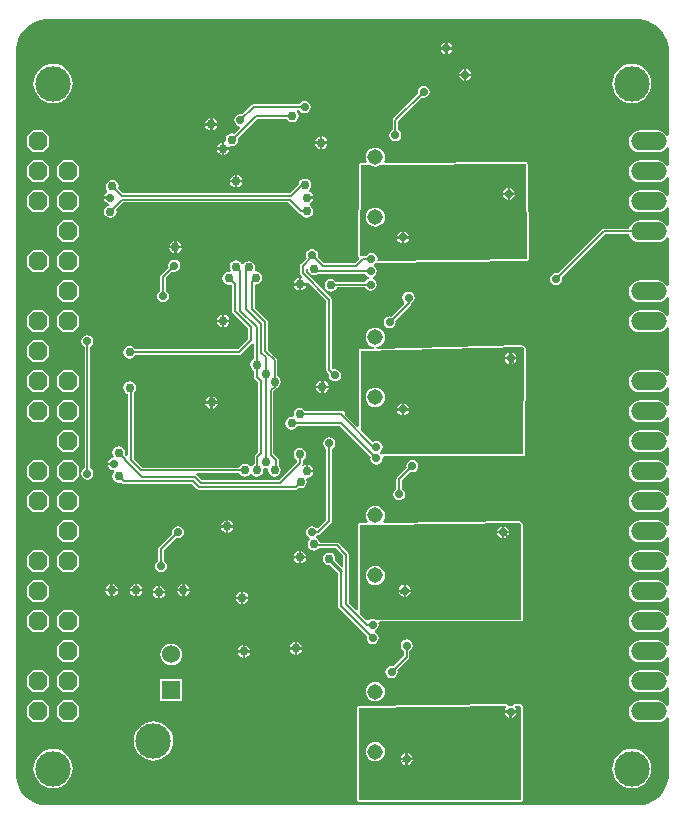
<source format=gbl>
G04*
G04 #@! TF.GenerationSoftware,Altium Limited,Altium Designer,25.8.1 (18)*
G04*
G04 Layer_Physical_Order=2*
G04 Layer_Color=16711680*
%FSLAX44Y44*%
%MOMM*%
G71*
G04*
G04 #@! TF.SameCoordinates,422AF447-CE49-4BB0-B19B-A3A041D3FAC2*
G04*
G04*
G04 #@! TF.FilePolarity,Positive*
G04*
G01*
G75*
%ADD56C,0.1600*%
%ADD57C,0.2499*%
%ADD64C,3.0000*%
%ADD65O,3.0480X1.5240*%
G04:AMPARAMS|DCode=66|XSize=1.524mm|YSize=1.524mm|CornerRadius=0mm|HoleSize=0mm|Usage=FLASHONLY|Rotation=90.000|XOffset=0mm|YOffset=0mm|HoleType=Round|Shape=Octagon|*
%AMOCTAGOND66*
4,1,8,0.3810,0.7620,-0.3810,0.7620,-0.7620,0.3810,-0.7620,-0.3810,-0.3810,-0.7620,0.3810,-0.7620,0.7620,-0.3810,0.7620,0.3810,0.3810,0.7620,0.0*
%
%ADD66OCTAGOND66*%

%ADD67C,1.3081*%
%ADD68C,1.5301*%
%ADD69R,1.5301X1.5301*%
%ADD70C,0.7064*%
%ADD71C,0.7564*%
%ADD72C,0.1999*%
G36*
X529999Y669314D02*
X531711D01*
X535105Y668867D01*
X538411Y667981D01*
X541574Y666671D01*
X544539Y664959D01*
X547255Y662875D01*
X549675Y660455D01*
X551759Y657739D01*
X553471Y654774D01*
X554781Y651611D01*
X555667Y648305D01*
X556114Y644910D01*
Y643199D01*
X556114Y571395D01*
X555748Y571203D01*
X554590Y570993D01*
X553340Y572621D01*
X551430Y574087D01*
X549206Y575009D01*
X546819Y575323D01*
X531579D01*
X529192Y575009D01*
X526967Y574087D01*
X525057Y572621D01*
X523592Y570711D01*
X522670Y568487D01*
X522356Y566100D01*
X522670Y563713D01*
X523592Y561488D01*
X525057Y559578D01*
X526967Y558113D01*
X529192Y557191D01*
X531579Y556877D01*
X546819D01*
X549206Y557191D01*
X551430Y558113D01*
X553340Y559578D01*
X554590Y561207D01*
X555748Y560997D01*
X556114Y560805D01*
Y545995D01*
X555748Y545803D01*
X554590Y545593D01*
X553340Y547221D01*
X551430Y548687D01*
X549206Y549609D01*
X546819Y549923D01*
X531579D01*
X529192Y549609D01*
X526967Y548687D01*
X525057Y547221D01*
X523592Y545311D01*
X522670Y543087D01*
X522356Y540700D01*
X522670Y538313D01*
X523592Y536088D01*
X525057Y534178D01*
X526967Y532713D01*
X529192Y531791D01*
X531579Y531477D01*
X546819D01*
X549206Y531791D01*
X551430Y532713D01*
X553340Y534178D01*
X554590Y535807D01*
X555748Y535597D01*
X556114Y535405D01*
X556114Y520595D01*
X555748Y520403D01*
X554590Y520193D01*
X553340Y521822D01*
X551430Y523287D01*
X549206Y524209D01*
X546819Y524523D01*
X531579D01*
X529192Y524209D01*
X526967Y523287D01*
X525057Y521822D01*
X523592Y519911D01*
X522670Y517687D01*
X522356Y515300D01*
X522670Y512913D01*
X523592Y510689D01*
X525057Y508778D01*
X526967Y507313D01*
X529192Y506391D01*
X531579Y506077D01*
X546819D01*
X549206Y506391D01*
X551430Y507313D01*
X553340Y508778D01*
X554590Y510407D01*
X555748Y510197D01*
X556114Y510005D01*
Y495195D01*
X555748Y495003D01*
X554590Y494793D01*
X553340Y496422D01*
X551430Y497887D01*
X549206Y498809D01*
X546819Y499123D01*
X531579D01*
X529192Y498809D01*
X526967Y497887D01*
X525057Y496422D01*
X523592Y494511D01*
X522670Y492287D01*
X522668Y492270D01*
X501099D01*
X500192Y492089D01*
X499423Y491576D01*
X462304Y454456D01*
X460799Y454755D01*
X458826Y454363D01*
X457154Y453245D01*
X456037Y451573D01*
X455644Y449600D01*
X456037Y447628D01*
X457154Y445955D01*
X458826Y444838D01*
X460799Y444445D01*
X462772Y444838D01*
X464444Y445955D01*
X465562Y447628D01*
X465954Y449600D01*
X465655Y451105D01*
X502080Y487530D01*
X522668D01*
X522670Y487513D01*
X523592Y485289D01*
X525057Y483378D01*
X526967Y481913D01*
X529192Y480991D01*
X531579Y480677D01*
X546819D01*
X549206Y480991D01*
X551430Y481913D01*
X553340Y483378D01*
X554590Y485007D01*
X555748Y484797D01*
X556114Y484605D01*
X556114Y444395D01*
X555748Y444203D01*
X554590Y443993D01*
X553340Y445621D01*
X551430Y447087D01*
X549206Y448009D01*
X546819Y448323D01*
X531579D01*
X529192Y448009D01*
X526967Y447087D01*
X525057Y445621D01*
X523592Y443711D01*
X522670Y441487D01*
X522356Y439100D01*
X522670Y436713D01*
X523592Y434488D01*
X525057Y432578D01*
X526967Y431113D01*
X529192Y430191D01*
X531579Y429877D01*
X546819D01*
X549206Y430191D01*
X551430Y431113D01*
X553340Y432578D01*
X554590Y434207D01*
X555748Y433997D01*
X556114Y433805D01*
X556114Y418995D01*
X555748Y418803D01*
X554590Y418593D01*
X553340Y420221D01*
X551430Y421687D01*
X549206Y422609D01*
X546819Y422923D01*
X531579D01*
X529192Y422609D01*
X526967Y421687D01*
X525057Y420221D01*
X523592Y418311D01*
X522670Y416087D01*
X522356Y413700D01*
X522670Y411313D01*
X523592Y409089D01*
X525057Y407178D01*
X526967Y405713D01*
X529192Y404791D01*
X531579Y404477D01*
X546819D01*
X549206Y404791D01*
X551430Y405713D01*
X553340Y407178D01*
X554590Y408807D01*
X555747Y408597D01*
X556114Y408405D01*
X556114Y368195D01*
X555747Y368003D01*
X554590Y367793D01*
X553340Y369422D01*
X551430Y370887D01*
X549206Y371809D01*
X546819Y372123D01*
X531579D01*
X529192Y371809D01*
X526967Y370887D01*
X525057Y369422D01*
X523592Y367511D01*
X522670Y365287D01*
X522356Y362900D01*
X522670Y360513D01*
X523592Y358288D01*
X525057Y356378D01*
X526967Y354913D01*
X529192Y353991D01*
X531579Y353677D01*
X546819D01*
X549206Y353991D01*
X551430Y354913D01*
X553340Y356378D01*
X554590Y358007D01*
X555747Y357797D01*
X556114Y357605D01*
Y342794D01*
X555747Y342603D01*
X554590Y342393D01*
X553340Y344021D01*
X551430Y345487D01*
X549206Y346409D01*
X546819Y346723D01*
X531579D01*
X529192Y346409D01*
X526967Y345487D01*
X525057Y344021D01*
X523592Y342111D01*
X522670Y339887D01*
X522356Y337500D01*
X522670Y335113D01*
X523592Y332888D01*
X525057Y330978D01*
X526967Y329513D01*
X529192Y328591D01*
X531579Y328277D01*
X546819D01*
X549206Y328591D01*
X551430Y329513D01*
X553340Y330978D01*
X554590Y332607D01*
X555747Y332397D01*
X556114Y332205D01*
Y317395D01*
X555747Y317203D01*
X554590Y316993D01*
X553340Y318622D01*
X551430Y320087D01*
X549206Y321009D01*
X546819Y321323D01*
X531579D01*
X529192Y321009D01*
X526967Y320087D01*
X525057Y318622D01*
X523592Y316711D01*
X522670Y314487D01*
X522356Y312100D01*
X522670Y309713D01*
X523592Y307488D01*
X525057Y305578D01*
X526967Y304113D01*
X529192Y303191D01*
X531579Y302877D01*
X546819D01*
X549206Y303191D01*
X551430Y304113D01*
X553340Y305578D01*
X554590Y307207D01*
X555747Y306997D01*
X556114Y306805D01*
Y291994D01*
X555747Y291803D01*
X554590Y291593D01*
X553340Y293221D01*
X551430Y294687D01*
X549206Y295609D01*
X546819Y295923D01*
X531579D01*
X529192Y295609D01*
X526967Y294687D01*
X525057Y293221D01*
X523592Y291311D01*
X522670Y289087D01*
X522356Y286700D01*
X522670Y284313D01*
X523592Y282089D01*
X525057Y280178D01*
X526967Y278713D01*
X529192Y277791D01*
X531579Y277477D01*
X546819D01*
X549206Y277791D01*
X551430Y278713D01*
X553340Y280178D01*
X554590Y281807D01*
X555747Y281597D01*
X556114Y281405D01*
Y266595D01*
X555747Y266403D01*
X554590Y266193D01*
X553340Y267822D01*
X551430Y269287D01*
X549206Y270209D01*
X546819Y270523D01*
X531579D01*
X529192Y270209D01*
X526967Y269287D01*
X525057Y267822D01*
X523592Y265911D01*
X522670Y263687D01*
X522356Y261300D01*
X522670Y258913D01*
X523592Y256688D01*
X525057Y254778D01*
X526967Y253313D01*
X529192Y252391D01*
X531579Y252077D01*
X546819D01*
X549206Y252391D01*
X551430Y253313D01*
X553340Y254778D01*
X554590Y256407D01*
X555747Y256197D01*
X556114Y256005D01*
X556114Y241194D01*
X555747Y241003D01*
X554590Y240793D01*
X553340Y242421D01*
X551430Y243887D01*
X549206Y244809D01*
X546819Y245123D01*
X531579D01*
X529192Y244809D01*
X526967Y243887D01*
X525057Y242421D01*
X523592Y240511D01*
X522670Y238287D01*
X522356Y235900D01*
X522670Y233513D01*
X523592Y231289D01*
X525057Y229378D01*
X526967Y227913D01*
X529192Y226991D01*
X531579Y226677D01*
X546819D01*
X549206Y226991D01*
X551430Y227913D01*
X553340Y229378D01*
X554590Y231007D01*
X555747Y230797D01*
X556114Y230606D01*
Y215794D01*
X555747Y215603D01*
X554590Y215393D01*
X553340Y217022D01*
X551430Y218487D01*
X549206Y219409D01*
X546819Y219723D01*
X531579D01*
X529192Y219409D01*
X526967Y218487D01*
X525057Y217022D01*
X523592Y215111D01*
X522670Y212887D01*
X522356Y210500D01*
X522670Y208113D01*
X523592Y205889D01*
X525057Y203978D01*
X526967Y202513D01*
X529192Y201591D01*
X531579Y201277D01*
X546819D01*
X549206Y201591D01*
X551430Y202513D01*
X553340Y203978D01*
X554590Y205607D01*
X555747Y205397D01*
X556114Y205205D01*
X556114Y190394D01*
X555747Y190203D01*
X554590Y189993D01*
X553340Y191621D01*
X551430Y193087D01*
X549206Y194009D01*
X546819Y194323D01*
X531579D01*
X529192Y194009D01*
X526967Y193087D01*
X525057Y191621D01*
X523592Y189711D01*
X522670Y187487D01*
X522356Y185100D01*
X522670Y182713D01*
X523592Y180488D01*
X525057Y178578D01*
X526967Y177113D01*
X529192Y176191D01*
X531579Y175877D01*
X546819D01*
X549206Y176191D01*
X551430Y177113D01*
X553340Y178578D01*
X554590Y180207D01*
X555747Y179997D01*
X556114Y179806D01*
Y164994D01*
X555747Y164802D01*
X554590Y164593D01*
X553340Y166222D01*
X551430Y167687D01*
X549206Y168609D01*
X546819Y168923D01*
X531579D01*
X529192Y168609D01*
X526967Y167687D01*
X525057Y166222D01*
X523592Y164311D01*
X522670Y162087D01*
X522356Y159700D01*
X522670Y157313D01*
X523592Y155089D01*
X525057Y153178D01*
X526967Y151713D01*
X529192Y150791D01*
X531579Y150477D01*
X546819D01*
X549206Y150791D01*
X551430Y151713D01*
X553340Y153178D01*
X554590Y154807D01*
X555747Y154598D01*
X556114Y154405D01*
X556114Y139594D01*
X555747Y139402D01*
X554590Y139193D01*
X553340Y140822D01*
X551430Y142287D01*
X549206Y143209D01*
X546819Y143523D01*
X531579D01*
X529192Y143209D01*
X526967Y142287D01*
X525057Y140822D01*
X523592Y138911D01*
X522670Y136687D01*
X522356Y134300D01*
X522670Y131913D01*
X523592Y129689D01*
X525057Y127778D01*
X526967Y126313D01*
X529192Y125391D01*
X531579Y125077D01*
X546819D01*
X549206Y125391D01*
X551430Y126313D01*
X553340Y127778D01*
X554590Y129407D01*
X555746Y129198D01*
X556114Y129005D01*
Y114194D01*
X555746Y114002D01*
X554590Y113793D01*
X553340Y115421D01*
X551430Y116887D01*
X549206Y117809D01*
X546819Y118123D01*
X531579D01*
X529192Y117809D01*
X526967Y116887D01*
X525057Y115421D01*
X523592Y113511D01*
X522670Y111287D01*
X522356Y108900D01*
X522670Y106513D01*
X523592Y104289D01*
X525057Y102378D01*
X526967Y100913D01*
X529192Y99991D01*
X531579Y99677D01*
X546819D01*
X549206Y99991D01*
X551430Y100913D01*
X553340Y102378D01*
X554590Y104007D01*
X555746Y103798D01*
X556114Y103605D01*
X556114Y88794D01*
X555746Y88602D01*
X554590Y88393D01*
X553340Y90021D01*
X551430Y91487D01*
X549206Y92409D01*
X546819Y92723D01*
X531579D01*
X529192Y92409D01*
X526967Y91487D01*
X525057Y90021D01*
X523592Y88111D01*
X522670Y85887D01*
X522356Y83500D01*
X522670Y81113D01*
X523592Y78889D01*
X525057Y76978D01*
X526967Y75513D01*
X529192Y74591D01*
X531579Y74277D01*
X546819D01*
X549206Y74591D01*
X551430Y75513D01*
X553340Y76978D01*
X554590Y78607D01*
X555746Y78398D01*
X556114Y78206D01*
X556114Y30000D01*
Y28288D01*
X555667Y24894D01*
X554781Y21587D01*
X553471Y18425D01*
X551760Y15460D01*
X549676Y12744D01*
X547255Y10323D01*
X544539Y8239D01*
X541574Y6527D01*
X538411Y5217D01*
X535105Y4331D01*
X531711Y3884D01*
X28288D01*
X24894Y4331D01*
X21587Y5217D01*
X18425Y6527D01*
X15460Y8239D01*
X12744Y10323D01*
X10323Y12744D01*
X8239Y15460D01*
X6527Y18425D01*
X5217Y21587D01*
X4331Y24894D01*
X3884Y28288D01*
Y30000D01*
Y643199D01*
Y644910D01*
X4331Y648304D01*
X5217Y651611D01*
X6527Y654774D01*
X8239Y657739D01*
X10323Y660455D01*
X12744Y662875D01*
X15460Y664959D01*
X18425Y666671D01*
X21587Y667981D01*
X24894Y668867D01*
X28288Y669314D01*
X30000D01*
X529999Y669314D01*
D02*
G37*
%LPC*%
G36*
X369016Y649752D02*
Y645815D01*
X372953D01*
X372763Y646772D01*
X371645Y648444D01*
X369973Y649562D01*
X369016Y649752D01*
D02*
G37*
G36*
X366984D02*
X366028Y649562D01*
X364355Y648444D01*
X363238Y646772D01*
X363047Y645815D01*
X366984D01*
Y649752D01*
D02*
G37*
G36*
X372953Y643783D02*
X369016D01*
Y639846D01*
X369973Y640037D01*
X371645Y641154D01*
X372763Y642827D01*
X372953Y643783D01*
D02*
G37*
G36*
X366984D02*
X363047D01*
X363238Y642827D01*
X364355Y641154D01*
X366028Y640037D01*
X366984Y639846D01*
Y643783D01*
D02*
G37*
G36*
X385016Y627352D02*
Y623415D01*
X388953D01*
X388762Y624372D01*
X387645Y626044D01*
X385973Y627162D01*
X385016Y627352D01*
D02*
G37*
G36*
X382984D02*
X382027Y627162D01*
X380355Y626044D01*
X379237Y624372D01*
X379047Y623415D01*
X382984D01*
Y627352D01*
D02*
G37*
G36*
X388953Y621383D02*
X385016D01*
Y617446D01*
X385973Y617636D01*
X387645Y618754D01*
X388762Y620426D01*
X388953Y621383D01*
D02*
G37*
G36*
X382984D02*
X379047D01*
X379237Y620426D01*
X380355Y618754D01*
X382027Y617636D01*
X382984Y617446D01*
Y621383D01*
D02*
G37*
G36*
X348800Y613155D02*
X346828Y612762D01*
X345155Y611645D01*
X344038Y609972D01*
X343646Y608000D01*
X343945Y606495D01*
X323124Y585675D01*
X322611Y584906D01*
X322430Y583999D01*
Y575698D01*
X321155Y574845D01*
X320037Y573173D01*
X319645Y571200D01*
X320037Y569228D01*
X321155Y567555D01*
X322827Y566438D01*
X324800Y566045D01*
X326773Y566438D01*
X328445Y567555D01*
X329562Y569228D01*
X329955Y571200D01*
X329562Y573173D01*
X328445Y574845D01*
X327170Y575698D01*
Y583018D01*
X347296Y603144D01*
X348800Y602845D01*
X350773Y603237D01*
X352445Y604355D01*
X353563Y606027D01*
X353955Y608000D01*
X353563Y609972D01*
X352445Y611645D01*
X350773Y612762D01*
X348800Y613155D01*
D02*
G37*
G36*
X524998Y631604D02*
X521758Y631285D01*
X518644Y630340D01*
X515773Y628806D01*
X513257Y626741D01*
X511192Y624225D01*
X509658Y621354D01*
X508713Y618239D01*
X508394Y615000D01*
X508713Y611761D01*
X509658Y608646D01*
X511192Y605775D01*
X513257Y603259D01*
X515773Y601194D01*
X518644Y599660D01*
X521758Y598715D01*
X524998Y598396D01*
X528237Y598715D01*
X531352Y599660D01*
X534222Y601194D01*
X536738Y603259D01*
X538803Y605775D01*
X540338Y608646D01*
X541283Y611761D01*
X541602Y615000D01*
X541283Y618239D01*
X540338Y621354D01*
X538803Y624225D01*
X536738Y626741D01*
X534222Y628806D01*
X531352Y630340D01*
X528237Y631285D01*
X524998Y631604D01*
D02*
G37*
G36*
X34999D02*
X31759Y631285D01*
X28645Y630340D01*
X25774Y628806D01*
X23258Y626741D01*
X21193Y624225D01*
X19659Y621354D01*
X18714Y618239D01*
X18395Y615000D01*
X18714Y611761D01*
X19659Y608646D01*
X21193Y605775D01*
X23258Y603259D01*
X25774Y601194D01*
X28645Y599660D01*
X31759Y598715D01*
X34999Y598396D01*
X38238Y598715D01*
X41353Y599660D01*
X44223Y601194D01*
X46739Y603259D01*
X48804Y605775D01*
X50339Y608646D01*
X51283Y611761D01*
X51603Y615000D01*
X51283Y618239D01*
X50339Y621354D01*
X48804Y624225D01*
X46739Y626741D01*
X44223Y628806D01*
X41353Y630340D01*
X38238Y631285D01*
X34999Y631604D01*
D02*
G37*
G36*
X248001Y600356D02*
X246028Y599963D01*
X244355Y598846D01*
X243503Y597570D01*
X204800D01*
X203893Y597390D01*
X203125Y596876D01*
X195103Y588855D01*
X193599Y589154D01*
X191626Y588762D01*
X189954Y587644D01*
X188836Y585972D01*
X188444Y583999D01*
X188836Y582027D01*
X189954Y580354D01*
X191626Y579237D01*
X192547Y579054D01*
X193049Y577400D01*
X188217Y572568D01*
X186500Y572910D01*
X184429Y572498D01*
X182674Y571325D01*
X181501Y569570D01*
X181089Y567500D01*
X181287Y566508D01*
X180015Y565236D01*
Y561015D01*
X184236D01*
X185508Y562287D01*
X186500Y562090D01*
X188570Y562501D01*
X190325Y563674D01*
X191498Y565429D01*
X191910Y567500D01*
X191568Y569217D01*
X207481Y585130D01*
X232702D01*
X233675Y583674D01*
X235430Y582501D01*
X237500Y582089D01*
X239571Y582501D01*
X241326Y583674D01*
X242498Y585429D01*
X242910Y587500D01*
X242498Y589570D01*
X241326Y591325D01*
X241815Y592831D01*
X243503D01*
X244355Y591556D01*
X246028Y590438D01*
X248001Y590046D01*
X249973Y590438D01*
X251646Y591556D01*
X252763Y593228D01*
X253155Y595201D01*
X252763Y597174D01*
X251646Y598846D01*
X249973Y599963D01*
X248001Y600356D01*
D02*
G37*
G36*
X170015Y585707D02*
Y581515D01*
X174207D01*
X173997Y582570D01*
X172824Y584325D01*
X171069Y585497D01*
X170015Y585707D01*
D02*
G37*
G36*
X167983D02*
X166929Y585497D01*
X165173Y584325D01*
X164001Y582570D01*
X163791Y581515D01*
X167983D01*
Y585707D01*
D02*
G37*
G36*
X174207Y579483D02*
X170015D01*
Y575291D01*
X171069Y575501D01*
X172824Y576674D01*
X173997Y578429D01*
X174207Y579483D01*
D02*
G37*
G36*
X167983D02*
X163791D01*
X164001Y578429D01*
X165173Y576674D01*
X166929Y575501D01*
X167983Y575291D01*
Y579483D01*
D02*
G37*
G36*
X263116Y570208D02*
Y566016D01*
X267308D01*
X267098Y567071D01*
X265926Y568826D01*
X264170Y569998D01*
X263116Y570208D01*
D02*
G37*
G36*
X261084D02*
X260030Y569998D01*
X258275Y568826D01*
X257102Y567071D01*
X256892Y566016D01*
X261084D01*
Y570208D01*
D02*
G37*
G36*
X177983Y565207D02*
X176929Y564997D01*
X175173Y563824D01*
X174001Y562069D01*
X173791Y561015D01*
X177983D01*
Y565207D01*
D02*
G37*
G36*
X267308Y563984D02*
X263116D01*
Y559792D01*
X264170Y560002D01*
X265926Y561175D01*
X267098Y562930D01*
X267308Y563984D01*
D02*
G37*
G36*
X261084D02*
X256892D01*
X257102Y562930D01*
X258275Y561175D01*
X260030Y560002D01*
X261084Y559792D01*
Y563984D01*
D02*
G37*
G36*
X26871Y575445D02*
X17727D01*
X13155Y570873D01*
Y561729D01*
X17727Y557157D01*
X26871D01*
X31443Y561729D01*
Y570873D01*
X26871Y575445D01*
D02*
G37*
G36*
X184207Y558983D02*
X180015D01*
Y554791D01*
X181069Y555001D01*
X182824Y556173D01*
X183997Y557929D01*
X184207Y558983D01*
D02*
G37*
G36*
X177983D02*
X173791D01*
X174001Y557929D01*
X175173Y556173D01*
X176929Y555001D01*
X177983Y554791D01*
Y558983D01*
D02*
G37*
G36*
X191117Y537508D02*
Y533316D01*
X195309D01*
X195099Y534370D01*
X193927Y536126D01*
X192171Y537298D01*
X191117Y537508D01*
D02*
G37*
G36*
X189085D02*
X188031Y537298D01*
X186276Y536126D01*
X185103Y534370D01*
X184893Y533316D01*
X189085D01*
Y537508D01*
D02*
G37*
G36*
X52271Y550045D02*
X43127D01*
X38555Y545473D01*
Y536329D01*
X43127Y531757D01*
X52271D01*
X56843Y536329D01*
Y545473D01*
X52271Y550045D01*
D02*
G37*
G36*
X26871D02*
X17727D01*
X13155Y545473D01*
Y536329D01*
X17727Y531757D01*
X26871D01*
X31443Y536329D01*
Y545473D01*
X26871Y550045D01*
D02*
G37*
G36*
X195309Y531284D02*
X191117D01*
Y527092D01*
X192171Y527302D01*
X193927Y528475D01*
X195099Y530230D01*
X195309Y531284D01*
D02*
G37*
G36*
X189085D02*
X184893D01*
X185103Y530230D01*
X186276Y528475D01*
X188031Y527302D01*
X189085Y527092D01*
Y531284D01*
D02*
G37*
G36*
X248300Y534510D02*
X246230Y534098D01*
X244475Y532925D01*
X243302Y531170D01*
X242975Y529526D01*
X235818Y522369D01*
X94182D01*
X90069Y526483D01*
X90411Y528201D01*
X89999Y530271D01*
X88827Y532026D01*
X87071Y533199D01*
X85001Y533611D01*
X82931Y533199D01*
X81176Y532026D01*
X80003Y530271D01*
X79591Y528201D01*
X80003Y526130D01*
X80981Y524666D01*
X81082Y524047D01*
X80738Y522834D01*
X79555Y522044D01*
X78438Y520372D01*
X78247Y519415D01*
X83200D01*
Y517383D01*
X78247D01*
X78438Y516426D01*
X79555Y514754D01*
X81228Y513636D01*
X82495Y513384D01*
Y511830D01*
X81331Y511599D01*
X79575Y510426D01*
X78403Y508671D01*
X77991Y506600D01*
X78403Y504530D01*
X79575Y502775D01*
X81331Y501602D01*
X83401Y501190D01*
X85471Y501602D01*
X87226Y502775D01*
X88399Y504530D01*
X88811Y506600D01*
X88469Y508318D01*
X94583Y514431D01*
X234217D01*
X243325Y505324D01*
X244094Y504810D01*
X245001Y504630D01*
X245102D01*
X246075Y503174D01*
X247830Y502001D01*
X249900Y501589D01*
X251971Y502001D01*
X253726Y503174D01*
X254899Y504929D01*
X255310Y506999D01*
X254899Y509070D01*
X253726Y510825D01*
X252213Y511835D01*
X252206Y512924D01*
X252338Y513446D01*
X254026Y514573D01*
X255198Y516328D01*
X255408Y517383D01*
X250200D01*
Y519415D01*
X255408D01*
X255198Y520469D01*
X254026Y522224D01*
X252271Y523397D01*
X252108Y523429D01*
X251786Y525047D01*
X252126Y525274D01*
X253298Y527029D01*
X253710Y529100D01*
X253298Y531170D01*
X252126Y532925D01*
X250371Y534098D01*
X248300Y534510D01*
D02*
G37*
G36*
X52271Y524645D02*
X43127D01*
X38555Y520073D01*
Y510929D01*
X43127Y506357D01*
X52271D01*
X56843Y510929D01*
Y520073D01*
X52271Y524645D01*
D02*
G37*
G36*
X26871D02*
X17727D01*
X13155Y520073D01*
Y510929D01*
X17727Y506357D01*
X26871D01*
X31443Y510929D01*
Y520073D01*
X26871Y524645D01*
D02*
G37*
G36*
X52271Y499245D02*
X43127D01*
X38555Y494673D01*
Y485529D01*
X43127Y480957D01*
X52271D01*
X56843Y485529D01*
Y494673D01*
X52271Y499245D01*
D02*
G37*
G36*
X139616Y481608D02*
Y477416D01*
X143808D01*
X143598Y478470D01*
X142426Y480225D01*
X140670Y481398D01*
X139616Y481608D01*
D02*
G37*
G36*
X137584D02*
X136530Y481398D01*
X134775Y480225D01*
X133602Y478470D01*
X133392Y477416D01*
X137584D01*
Y481608D01*
D02*
G37*
G36*
X143808Y475384D02*
X139616D01*
Y471192D01*
X140670Y471402D01*
X142426Y472574D01*
X143598Y474329D01*
X143808Y475384D01*
D02*
G37*
G36*
X137584D02*
X133392D01*
X133602Y474329D01*
X134775Y472574D01*
X136530Y471402D01*
X137584Y471192D01*
Y475384D01*
D02*
G37*
G36*
X307800Y560833D02*
X305695Y560556D01*
X303733Y559743D01*
X302048Y558451D01*
X300755Y556766D01*
X299943Y554804D01*
X299666Y552699D01*
X299943Y550594D01*
X300467Y549328D01*
X299599Y547797D01*
X295778Y547766D01*
X295209Y547525D01*
X294638Y547297D01*
X294634Y547287D01*
X294625Y547283D01*
X294625Y547283D01*
X294622Y547276D01*
X294615Y547274D01*
X294384Y546704D01*
X294142Y546136D01*
X293253Y469541D01*
X293435Y469087D01*
X293418Y468939D01*
X293520Y468811D01*
X293609Y468498D01*
X293710Y468370D01*
X293857Y466808D01*
X290219Y463169D01*
X264481D01*
X259155Y468495D01*
X259455Y469999D01*
X259062Y471972D01*
X257945Y473644D01*
X256272Y474762D01*
X254300Y475154D01*
X252327Y474762D01*
X250655Y473644D01*
X249537Y471972D01*
X249145Y469999D01*
X249537Y468026D01*
X249833Y467584D01*
X244725Y462475D01*
X244459Y462076D01*
X244211Y461706D01*
X244211Y461706D01*
X244211Y461706D01*
X244120Y461250D01*
X244031Y460799D01*
Y454401D01*
X244211Y453494D01*
X244725Y452725D01*
X245855Y451595D01*
X245104Y450191D01*
X245016Y450208D01*
Y446016D01*
X249208D01*
X249191Y446104D01*
X250595Y446855D01*
X266431Y431019D01*
Y372801D01*
X266611Y371894D01*
X267125Y371125D01*
X268745Y369505D01*
X268446Y368000D01*
X268839Y366028D01*
X269956Y364355D01*
X271628Y363238D01*
X273601Y362845D01*
X275574Y363238D01*
X277246Y364355D01*
X278364Y366028D01*
X278756Y368000D01*
X278364Y369973D01*
X277246Y371645D01*
X275574Y372763D01*
X273601Y373155D01*
X272330Y372902D01*
X271170Y373930D01*
Y432001D01*
X270990Y432907D01*
X270476Y433676D01*
X248770Y455382D01*
Y459024D01*
X249149Y459270D01*
X250518Y458342D01*
X250490Y458201D01*
X250902Y456130D01*
X252075Y454375D01*
X253830Y453203D01*
X255900Y452791D01*
X257970Y453203D01*
X258612Y453632D01*
X299503D01*
X300355Y452356D01*
X302027Y451239D01*
X302335Y451177D01*
Y449623D01*
X302027Y449562D01*
X300355Y448445D01*
X299503Y447169D01*
X274631D01*
X274125Y447927D01*
X272369Y449099D01*
X270299Y449511D01*
X268229Y449099D01*
X266474Y447927D01*
X265301Y446171D01*
X264889Y444101D01*
X265301Y442031D01*
X266474Y440276D01*
X268229Y439103D01*
X270299Y438691D01*
X272369Y439103D01*
X274125Y440276D01*
X275297Y442031D01*
X275377Y442430D01*
X299503D01*
X300355Y441155D01*
X302027Y440037D01*
X304000Y439645D01*
X305973Y440037D01*
X307645Y441155D01*
X308762Y442827D01*
X309155Y444800D01*
X308762Y446772D01*
X307645Y448445D01*
X305973Y449562D01*
X305665Y449623D01*
Y451177D01*
X305973Y451239D01*
X307645Y452356D01*
X308762Y454028D01*
X309155Y456001D01*
X308762Y457974D01*
X307645Y459646D01*
X306663Y460302D01*
X306627Y460913D01*
X306840Y462017D01*
X307995Y462789D01*
X309235Y463546D01*
X309747Y463341D01*
X310235Y463083D01*
X310322Y463110D01*
X310406Y463076D01*
X435970Y464543D01*
X436555Y464793D01*
X437128Y465037D01*
X437129Y465039D01*
X437131Y465040D01*
X437375Y465648D01*
X437600Y466208D01*
X437600Y466212D01*
X437601Y466212D01*
X437600Y466212D01*
X436862Y547263D01*
X436863Y547263D01*
X436862Y547263D01*
Y547264D01*
X436641Y547785D01*
X436370Y548425D01*
X436369Y548425D01*
X436369Y548426D01*
X436188Y548499D01*
X435780Y548664D01*
X435200Y548899D01*
X316135Y547932D01*
X315182Y549448D01*
X315657Y550594D01*
X315934Y552699D01*
X315657Y554804D01*
X314844Y556766D01*
X313551Y558451D01*
X311867Y559743D01*
X309905Y560556D01*
X307800Y560833D01*
D02*
G37*
G36*
X137599Y465954D02*
X135627Y465562D01*
X133954Y464444D01*
X132837Y462772D01*
X132444Y460799D01*
X132744Y459295D01*
X126325Y452876D01*
X125812Y452107D01*
X125631Y451200D01*
Y439698D01*
X124356Y438846D01*
X123238Y437174D01*
X122846Y435201D01*
X123238Y433228D01*
X124356Y431556D01*
X126028Y430438D01*
X128001Y430046D01*
X129973Y430438D01*
X131646Y431556D01*
X132763Y433228D01*
X133156Y435201D01*
X132763Y437174D01*
X131646Y438846D01*
X130370Y439698D01*
Y450219D01*
X136095Y455943D01*
X137599Y455644D01*
X139572Y456037D01*
X141244Y457154D01*
X142362Y458826D01*
X142754Y460799D01*
X142362Y462772D01*
X141244Y464444D01*
X139572Y465562D01*
X137599Y465954D01*
D02*
G37*
G36*
X52271Y473845D02*
X43127D01*
X38555Y469273D01*
Y460129D01*
X43127Y455557D01*
X52271D01*
X56843Y460129D01*
Y469273D01*
X52271Y473845D01*
D02*
G37*
G36*
X26871D02*
X17727D01*
X13155Y469273D01*
Y460129D01*
X17727Y455557D01*
X26871D01*
X31443Y460129D01*
Y469273D01*
X26871Y473845D01*
D02*
G37*
G36*
X189901Y465211D02*
X187830Y464799D01*
X186075Y463626D01*
X184902Y461871D01*
X184491Y459801D01*
X184902Y457731D01*
X185508Y456824D01*
X184592Y455452D01*
X183799Y455610D01*
X181729Y455198D01*
X179974Y454025D01*
X178801Y452270D01*
X178389Y450200D01*
X178801Y448129D01*
X179974Y446374D01*
X181729Y445201D01*
X183799Y444790D01*
X185264Y445081D01*
X186431Y444048D01*
Y422399D01*
X186611Y421493D01*
X187125Y420724D01*
X200129Y407720D01*
Y398769D01*
X191433Y390073D01*
X104662D01*
X103825Y391325D01*
X102070Y392498D01*
X100000Y392910D01*
X97929Y392498D01*
X96174Y391325D01*
X95002Y389570D01*
X94590Y387500D01*
X95002Y385429D01*
X96174Y383674D01*
X97929Y382502D01*
X100000Y382090D01*
X102070Y382502D01*
X103825Y383674D01*
X104662Y384927D01*
X192499D01*
X193484Y385123D01*
X194318Y385681D01*
X203607Y394969D01*
X205131Y394338D01*
Y381597D01*
X203675Y380624D01*
X202502Y378869D01*
X202090Y376799D01*
X202502Y374729D01*
X203675Y372973D01*
X205131Y372001D01*
Y366900D01*
X205311Y365994D01*
X205825Y365225D01*
X208831Y362218D01*
Y303381D01*
X206325Y300875D01*
X205811Y300106D01*
X205631Y299199D01*
Y292538D01*
X205430Y292498D01*
X203675Y291325D01*
X203417Y290939D01*
X201584D01*
X201326Y291325D01*
X199571Y292498D01*
X197500Y292910D01*
X195430Y292498D01*
X193675Y291325D01*
X192702Y289870D01*
X110283D01*
X103169Y296981D01*
Y353236D01*
X103825Y353675D01*
X104998Y355430D01*
X105410Y357500D01*
X104998Y359570D01*
X103825Y361325D01*
X102070Y362498D01*
X100000Y362910D01*
X97929Y362498D01*
X96174Y361325D01*
X95002Y359570D01*
X94590Y357500D01*
X95002Y355430D01*
X96174Y353675D01*
X97929Y352502D01*
X98430Y352402D01*
Y300177D01*
X96906Y299545D01*
X95769Y300682D01*
X96111Y302400D01*
X95699Y304470D01*
X94526Y306225D01*
X92771Y307398D01*
X90701Y307810D01*
X88631Y307398D01*
X86875Y306225D01*
X85703Y304470D01*
X85291Y302400D01*
X85703Y300329D01*
X86318Y299408D01*
X85567Y297790D01*
X84428Y297564D01*
X82756Y296446D01*
X81638Y294774D01*
X81448Y293817D01*
X86401D01*
Y291785D01*
X81448D01*
X81638Y290828D01*
X82756Y289156D01*
X84428Y288039D01*
X86291Y287668D01*
X86540Y287230D01*
X86739Y286633D01*
X86846Y286181D01*
X85703Y284470D01*
X85291Y282400D01*
X85703Y280329D01*
X86875Y278574D01*
X88631Y277402D01*
X90701Y276990D01*
X92416Y277331D01*
X93023Y276724D01*
X93023Y276724D01*
X93023Y276724D01*
X93424Y276456D01*
X93791Y276210D01*
X93792Y276210D01*
X93792Y276210D01*
X94239Y276121D01*
X94698Y276030D01*
X94698Y276030D01*
X94699Y276030D01*
X152618D01*
X156724Y271925D01*
X157107Y271670D01*
X157493Y271412D01*
X157493Y271412D01*
X157493Y271412D01*
X157958Y271319D01*
X158399Y271231D01*
X240401D01*
X241308Y271412D01*
X242076Y271926D01*
X242783Y272632D01*
X244500Y272291D01*
X246571Y272703D01*
X248326Y273875D01*
X249499Y275630D01*
X249910Y277701D01*
X249499Y279771D01*
X249357Y279983D01*
X249827Y280872D01*
X250233Y281415D01*
X252171Y281801D01*
X253927Y282974D01*
X255099Y284729D01*
X255309Y285783D01*
X250101D01*
Y286799D01*
X249085D01*
Y292007D01*
X248031Y291797D01*
X246808Y290980D01*
X245676Y291926D01*
X245889Y292244D01*
X246189Y292694D01*
X246189Y292694D01*
X246189Y292694D01*
X246280Y293151D01*
X246370Y293601D01*
Y296403D01*
X247826Y297375D01*
X248998Y299130D01*
X249410Y301201D01*
X248998Y303271D01*
X247826Y305026D01*
X246070Y306199D01*
X244000Y306611D01*
X241930Y306199D01*
X240175Y305026D01*
X239002Y303271D01*
X238590Y301201D01*
X239002Y299130D01*
X240175Y297375D01*
X241630Y296403D01*
Y294583D01*
X226219Y279169D01*
X160981D01*
X156875Y283275D01*
X156379Y283606D01*
X156552Y284925D01*
X156632Y285130D01*
X192702D01*
X193675Y283675D01*
X195430Y282502D01*
X197500Y282090D01*
X199571Y282502D01*
X201326Y283675D01*
X201584Y284061D01*
X203417D01*
X203675Y283675D01*
X205430Y282502D01*
X207500Y282090D01*
X209571Y282502D01*
X211326Y283675D01*
X212498Y285430D01*
X212910Y287500D01*
X212713Y288492D01*
X214009Y289788D01*
X215001Y289591D01*
X215990Y289787D01*
X217286Y288491D01*
X217089Y287500D01*
X217501Y285430D01*
X218673Y283675D01*
X220429Y282502D01*
X222499Y282090D01*
X224569Y282502D01*
X226324Y283675D01*
X227497Y285430D01*
X227909Y287500D01*
X227497Y289570D01*
X226370Y291258D01*
Y295999D01*
X226189Y296906D01*
X225676Y297675D01*
X221569Y301781D01*
Y354220D01*
X224174Y356825D01*
X224674Y357573D01*
X226324Y358676D01*
X227497Y360431D01*
X227909Y362501D01*
X227497Y364571D01*
X226324Y366327D01*
X224869Y367299D01*
Y380700D01*
X224688Y381607D01*
X224174Y382376D01*
X216768Y389782D01*
Y412801D01*
X216588Y413708D01*
X216074Y414476D01*
X205570Y424981D01*
Y444527D01*
X206500Y445290D01*
X208570Y445702D01*
X210325Y446875D01*
X211498Y448630D01*
X211910Y450700D01*
X211498Y452771D01*
X210325Y454526D01*
X208570Y455698D01*
X206660Y456078D01*
X206239Y456535D01*
X205650Y457495D01*
X206009Y459301D01*
X205597Y461371D01*
X204424Y463126D01*
X202669Y464299D01*
X200599Y464711D01*
X198529Y464299D01*
X196774Y463126D01*
X196264Y462363D01*
X196189Y462336D01*
X194501Y462467D01*
X193726Y463626D01*
X191971Y464799D01*
X189901Y465211D01*
D02*
G37*
G36*
X242984Y450208D02*
X241930Y449999D01*
X240175Y448826D01*
X239002Y447071D01*
X238792Y446016D01*
X242984D01*
Y450208D01*
D02*
G37*
G36*
X249208Y443984D02*
X245016D01*
Y439792D01*
X246070Y440002D01*
X247826Y441175D01*
X248998Y442930D01*
X249208Y443984D01*
D02*
G37*
G36*
X242984D02*
X238792D01*
X239002Y442930D01*
X240175Y441175D01*
X241930Y440002D01*
X242984Y439792D01*
Y443984D01*
D02*
G37*
G36*
X52271Y448445D02*
X43127D01*
X38555Y443873D01*
Y434729D01*
X43127Y430157D01*
X52271D01*
X56843Y434729D01*
Y443873D01*
X52271Y448445D01*
D02*
G37*
G36*
X335999Y438756D02*
X334026Y438363D01*
X332354Y437246D01*
X331236Y435574D01*
X330844Y433601D01*
X331236Y431628D01*
X332354Y429956D01*
X332484Y428636D01*
X321504Y417657D01*
X319999Y417956D01*
X318027Y417563D01*
X316354Y416446D01*
X315237Y414773D01*
X314844Y412801D01*
X315237Y410828D01*
X316354Y409156D01*
X318027Y408038D01*
X319999Y407646D01*
X321972Y408038D01*
X323644Y409156D01*
X324762Y410828D01*
X325154Y412801D01*
X324855Y414305D01*
X337674Y427125D01*
X338188Y427893D01*
X338368Y428800D01*
Y429104D01*
X339644Y429956D01*
X340761Y431628D01*
X341154Y433601D01*
X340761Y435574D01*
X339644Y437246D01*
X337971Y438363D01*
X335999Y438756D01*
D02*
G37*
G36*
X180015Y419309D02*
Y415117D01*
X184207D01*
X183997Y416172D01*
X182824Y417927D01*
X181069Y419100D01*
X180015Y419309D01*
D02*
G37*
G36*
X177983D02*
X176929Y419100D01*
X175173Y417927D01*
X174001Y416172D01*
X173791Y415117D01*
X177983D01*
Y419309D01*
D02*
G37*
G36*
X184207Y413085D02*
X180015D01*
Y408893D01*
X181069Y409103D01*
X182824Y410276D01*
X183997Y412031D01*
X184207Y413085D01*
D02*
G37*
G36*
X177983D02*
X173791D01*
X174001Y412031D01*
X175173Y410276D01*
X176929Y409103D01*
X177983Y408893D01*
Y413085D01*
D02*
G37*
G36*
X52271Y423045D02*
X43127D01*
X38555Y418473D01*
Y409329D01*
X43127Y404757D01*
X52271D01*
X56843Y409329D01*
Y418473D01*
X52271Y423045D01*
D02*
G37*
G36*
X26871D02*
X17727D01*
X13155Y418473D01*
Y409329D01*
X17727Y404757D01*
X26871D01*
X31443Y409329D01*
Y418473D01*
X26871Y423045D01*
D02*
G37*
G36*
Y397645D02*
X17727D01*
X13155Y393073D01*
Y383929D01*
X17727Y379357D01*
X26871D01*
X31443Y383929D01*
Y393073D01*
X26871Y397645D01*
D02*
G37*
G36*
X264015Y363508D02*
Y359316D01*
X268207D01*
X267997Y360370D01*
X266825Y362126D01*
X265070Y363298D01*
X264015Y363508D01*
D02*
G37*
G36*
X261983D02*
X260929Y363298D01*
X259174Y362126D01*
X258001Y360370D01*
X257791Y359316D01*
X261983D01*
Y363508D01*
D02*
G37*
G36*
X52271Y372245D02*
X43127D01*
X38555Y367673D01*
Y358529D01*
X43127Y353957D01*
X52271D01*
X56843Y358529D01*
Y367673D01*
X52271Y372245D01*
D02*
G37*
G36*
X26871D02*
X17727D01*
X13155Y367673D01*
Y358529D01*
X17727Y353957D01*
X26871D01*
X31443Y358529D01*
Y367673D01*
X26871Y372245D01*
D02*
G37*
G36*
X268207Y357284D02*
X264015D01*
Y353092D01*
X265070Y353302D01*
X266825Y354475D01*
X267997Y356230D01*
X268207Y357284D01*
D02*
G37*
G36*
X261983D02*
X257791D01*
X258001Y356230D01*
X259174Y354475D01*
X260929Y353302D01*
X261983Y353092D01*
Y357284D01*
D02*
G37*
G36*
X170216Y350209D02*
Y346017D01*
X174408D01*
X174198Y347071D01*
X173025Y348826D01*
X171270Y349999D01*
X170216Y350209D01*
D02*
G37*
G36*
X168184D02*
X167129Y349999D01*
X165374Y348826D01*
X164201Y347071D01*
X163992Y346017D01*
X168184D01*
Y350209D01*
D02*
G37*
G36*
X174408Y343985D02*
X170216D01*
Y339793D01*
X171270Y340002D01*
X173025Y341175D01*
X174198Y342930D01*
X174408Y343985D01*
D02*
G37*
G36*
X168184D02*
X163992D01*
X164201Y342930D01*
X165374Y341175D01*
X167129Y340002D01*
X168184Y339793D01*
Y343985D01*
D02*
G37*
G36*
X52271Y346845D02*
X43127D01*
X38555Y342273D01*
Y333129D01*
X43127Y328557D01*
X52271D01*
X56843Y333129D01*
Y342273D01*
X52271Y346845D01*
D02*
G37*
G36*
X26871D02*
X17727D01*
X13155Y342273D01*
Y333129D01*
X17727Y328557D01*
X26871D01*
X31443Y333129D01*
Y342273D01*
X26871Y346845D01*
D02*
G37*
G36*
X307800Y408334D02*
X305695Y408057D01*
X303733Y407244D01*
X302048Y405951D01*
X300755Y404267D01*
X299943Y402305D01*
X299666Y400200D01*
X299943Y398095D01*
X300755Y396133D01*
X302048Y394448D01*
X303733Y393156D01*
X305695Y392343D01*
X307115Y392156D01*
X307031Y390630D01*
X295597Y390393D01*
X295033Y390146D01*
X294464Y389910D01*
X294457Y389893D01*
X294440Y389886D01*
X294216Y389312D01*
X293981Y388744D01*
Y324761D01*
X292573Y324178D01*
X282436Y334315D01*
X282572Y335001D01*
X282376Y335985D01*
X281819Y336820D01*
X280984Y337378D01*
X279999Y337574D01*
X248662D01*
X247826Y338826D01*
X246070Y339999D01*
X244000Y340411D01*
X241930Y339999D01*
X240175Y338826D01*
X239002Y337071D01*
X238590Y335001D01*
X238758Y334154D01*
X237462Y332858D01*
X237200Y332910D01*
X235130Y332498D01*
X233375Y331325D01*
X232202Y329570D01*
X231790Y327500D01*
X232202Y325430D01*
X233375Y323675D01*
X235130Y322502D01*
X237200Y322090D01*
X239271Y322502D01*
X241026Y323675D01*
X241863Y324927D01*
X278188D01*
X278324Y324725D01*
X303945Y299104D01*
X303646Y297599D01*
X304038Y295626D01*
X305155Y293954D01*
X306828Y292837D01*
X308801Y292444D01*
X310773Y292837D01*
X312446Y293954D01*
X313563Y295626D01*
X313955Y297599D01*
X313865Y298055D01*
X315115Y299579D01*
X432862D01*
X433441Y299819D01*
X434022Y300056D01*
X434024Y300060D01*
X434029Y300062D01*
X434268Y300641D01*
X434512Y301219D01*
X435022Y390676D01*
X435017Y390687D01*
X435022Y390698D01*
X434780Y391270D01*
X434545Y391845D01*
X434534Y391850D01*
X434530Y391861D01*
X433625Y392752D01*
X433614Y392756D01*
X433609Y392767D01*
X433031Y392993D01*
X432455Y393226D01*
X432444Y393222D01*
X432433Y393226D01*
X308855Y390668D01*
X308740Y392189D01*
X309905Y392343D01*
X311867Y393156D01*
X313551Y394448D01*
X314844Y396133D01*
X315657Y398095D01*
X315934Y400200D01*
X315657Y402305D01*
X314844Y404267D01*
X313551Y405951D01*
X311867Y407244D01*
X309905Y408057D01*
X307800Y408334D01*
D02*
G37*
G36*
X52271Y321445D02*
X43127D01*
X38555Y316873D01*
Y307729D01*
X43127Y303157D01*
X52271D01*
X56843Y307729D01*
Y316873D01*
X52271Y321445D01*
D02*
G37*
G36*
X251117Y292007D02*
Y287815D01*
X255309D01*
X255099Y288869D01*
X253927Y290625D01*
X252171Y291797D01*
X251117Y292007D01*
D02*
G37*
G36*
X339199Y296356D02*
X337226Y295963D01*
X335554Y294846D01*
X334437Y293174D01*
X334044Y291201D01*
X334344Y289696D01*
X326325Y281675D01*
X326069Y281292D01*
X325811Y280906D01*
X325811Y280906D01*
X325811Y280906D01*
X325729Y280495D01*
X325631Y279999D01*
Y271698D01*
X324355Y270846D01*
X323238Y269173D01*
X322845Y267200D01*
X323238Y265228D01*
X324355Y263555D01*
X326028Y262438D01*
X328000Y262045D01*
X329973Y262438D01*
X331645Y263555D01*
X332763Y265228D01*
X333155Y267200D01*
X332763Y269173D01*
X331645Y270846D01*
X330370Y271698D01*
Y279018D01*
X337695Y286345D01*
X339199Y286046D01*
X341172Y286438D01*
X342844Y287556D01*
X343962Y289228D01*
X344354Y291201D01*
X343962Y293174D01*
X342844Y294846D01*
X341172Y295963D01*
X339199Y296356D01*
D02*
G37*
G36*
X64000Y401954D02*
X62028Y401561D01*
X60355Y400444D01*
X59238Y398772D01*
X58846Y396799D01*
X59238Y394826D01*
X60355Y393154D01*
X61631Y392301D01*
Y289297D01*
X60355Y288445D01*
X59238Y286773D01*
X58846Y284800D01*
X59238Y282827D01*
X60355Y281155D01*
X62028Y280037D01*
X64000Y279645D01*
X65973Y280037D01*
X67646Y281155D01*
X68763Y282827D01*
X69155Y284800D01*
X68763Y286773D01*
X67646Y288445D01*
X66370Y289297D01*
Y392301D01*
X67646Y393154D01*
X68763Y394826D01*
X69155Y396799D01*
X68763Y398772D01*
X67646Y400444D01*
X65973Y401561D01*
X64000Y401954D01*
D02*
G37*
G36*
X52271Y296045D02*
X43127D01*
X38555Y291473D01*
Y282329D01*
X43127Y277757D01*
X52271D01*
X56843Y282329D01*
Y291473D01*
X52271Y296045D01*
D02*
G37*
G36*
X26871D02*
X17727D01*
X13155Y291473D01*
Y282329D01*
X17727Y277757D01*
X26871D01*
X31443Y282329D01*
Y291473D01*
X26871Y296045D01*
D02*
G37*
G36*
X52271Y270645D02*
X43127D01*
X38555Y266073D01*
Y256929D01*
X43127Y252357D01*
X52271D01*
X56843Y256929D01*
Y266073D01*
X52271Y270645D01*
D02*
G37*
G36*
X26871D02*
X17727D01*
X13155Y266073D01*
Y256929D01*
X17727Y252357D01*
X26871D01*
X31443Y256929D01*
Y266073D01*
X26871Y270645D01*
D02*
G37*
G36*
X183515Y245208D02*
Y241015D01*
X187707D01*
X187497Y242070D01*
X186325Y243825D01*
X184569Y244998D01*
X183515Y245208D01*
D02*
G37*
G36*
X181483D02*
X180429Y244998D01*
X178673Y243825D01*
X177501Y242070D01*
X177291Y241015D01*
X181483D01*
Y245208D01*
D02*
G37*
G36*
X268801Y315556D02*
X266828Y315163D01*
X265156Y314046D01*
X264038Y312373D01*
X263646Y310401D01*
X264038Y308428D01*
X265156Y306756D01*
X266431Y305903D01*
Y245581D01*
X259494Y238646D01*
X257977Y238796D01*
X257945Y238844D01*
X256272Y239961D01*
X254300Y240354D01*
X252327Y239961D01*
X250655Y238844D01*
X249537Y237172D01*
X249145Y235199D01*
X249537Y233226D01*
X250655Y231554D01*
X252034Y230632D01*
X252246Y229479D01*
X252197Y228908D01*
X252075Y228826D01*
X250902Y227071D01*
X250490Y225001D01*
X250902Y222931D01*
X252075Y221175D01*
X253830Y220003D01*
X255900Y219591D01*
X257970Y220003D01*
X259725Y221175D01*
X260030Y221630D01*
X274217D01*
X280830Y215018D01*
Y206522D01*
X279306Y205891D01*
X273875Y211322D01*
X274109Y212499D01*
X273697Y214569D01*
X272524Y216324D01*
X270769Y217497D01*
X268699Y217909D01*
X266629Y217497D01*
X264874Y216324D01*
X263701Y214569D01*
X263289Y212499D01*
X263701Y210429D01*
X264874Y208673D01*
X266629Y207501D01*
X268699Y207089D01*
X269876Y207323D01*
X276329Y200869D01*
Y172499D01*
X276510Y171592D01*
X277023Y170823D01*
X300744Y147105D01*
X300445Y145600D01*
X300838Y143628D01*
X301955Y141955D01*
X303627Y140838D01*
X305600Y140445D01*
X307573Y140838D01*
X309245Y141955D01*
X310363Y143628D01*
X310755Y145600D01*
X310363Y147573D01*
X309245Y149246D01*
X307573Y150363D01*
X307271Y150423D01*
Y151977D01*
X307573Y152037D01*
X309245Y153154D01*
X310363Y154827D01*
X310755Y156799D01*
X310505Y158055D01*
X311516Y159579D01*
X431269D01*
X432436Y160063D01*
X432919Y161229D01*
Y241882D01*
X432917Y241887D01*
X432919Y241891D01*
X432676Y242468D01*
X432436Y243048D01*
X432431Y243050D01*
X432429Y243055D01*
X431526Y243948D01*
X431521Y243950D01*
X431519Y243954D01*
X430935Y244188D01*
X430357Y244424D01*
X430352Y244422D01*
X430348Y244424D01*
X315152Y243132D01*
X314394Y244648D01*
X314844Y245234D01*
X315657Y247196D01*
X315934Y249301D01*
X315657Y251406D01*
X314844Y253368D01*
X313551Y255053D01*
X311867Y256345D01*
X309905Y257158D01*
X307800Y257435D01*
X305695Y257158D01*
X303733Y256345D01*
X302048Y255053D01*
X300755Y253368D01*
X299943Y251406D01*
X299666Y249301D01*
X299943Y247196D01*
X300755Y245234D01*
X301318Y244501D01*
X300573Y242968D01*
X294911Y242905D01*
X294338Y242660D01*
X293763Y242422D01*
X293759Y242412D01*
X293750Y242409D01*
X293518Y241831D01*
X293280Y241255D01*
Y169661D01*
X291872Y169078D01*
X285569Y175380D01*
Y215999D01*
X285389Y216906D01*
X284875Y217675D01*
X276874Y225676D01*
X276106Y226189D01*
X275199Y226370D01*
X261038D01*
X260898Y227071D01*
X259725Y228826D01*
X258166Y229869D01*
X257957Y230814D01*
X257945Y231554D01*
X258797Y232829D01*
X259396Y232829D01*
X260303Y233009D01*
X261072Y233522D01*
X270476Y242924D01*
X270476Y242924D01*
X270476Y242924D01*
X270747Y243329D01*
X270990Y243692D01*
X270990Y243692D01*
X270990Y243693D01*
X271072Y244107D01*
X271170Y244599D01*
X271170Y244599D01*
X271170Y244599D01*
Y305903D01*
X272446Y306756D01*
X273563Y308428D01*
X273955Y310401D01*
X273563Y312373D01*
X272446Y314046D01*
X270773Y315163D01*
X268801Y315556D01*
D02*
G37*
G36*
X187707Y238983D02*
X183515D01*
Y234792D01*
X184569Y235001D01*
X186325Y236174D01*
X187497Y237929D01*
X187707Y238983D01*
D02*
G37*
G36*
X181483D02*
X177291D01*
X177501Y237929D01*
X178673Y236174D01*
X180429Y235001D01*
X181483Y234792D01*
Y238983D01*
D02*
G37*
G36*
X140800Y240354D02*
X138827Y239961D01*
X137155Y238844D01*
X136037Y237172D01*
X135645Y235199D01*
X135944Y233694D01*
X124725Y222475D01*
X124211Y221707D01*
X124031Y220800D01*
Y210898D01*
X122755Y210046D01*
X121638Y208373D01*
X121246Y206400D01*
X121638Y204428D01*
X122755Y202755D01*
X124428Y201638D01*
X126401Y201245D01*
X128373Y201638D01*
X130046Y202755D01*
X131163Y204428D01*
X131556Y206400D01*
X131163Y208373D01*
X130046Y210046D01*
X128770Y210898D01*
Y219818D01*
X139295Y230343D01*
X140800Y230044D01*
X142773Y230436D01*
X144445Y231554D01*
X145562Y233226D01*
X145955Y235199D01*
X145562Y237172D01*
X144445Y238844D01*
X142773Y239961D01*
X140800Y240354D01*
D02*
G37*
G36*
X52271Y245245D02*
X43127D01*
X38555Y240673D01*
Y231529D01*
X43127Y226957D01*
X52271D01*
X56843Y231529D01*
Y240673D01*
X52271Y245245D01*
D02*
G37*
G36*
X245016Y219307D02*
Y215115D01*
X249208D01*
X248998Y216169D01*
X247826Y217925D01*
X246070Y219097D01*
X245016Y219307D01*
D02*
G37*
G36*
X242984D02*
X241930Y219097D01*
X240175Y217925D01*
X239002Y216169D01*
X238792Y215115D01*
X242984D01*
Y219307D01*
D02*
G37*
G36*
X249208Y213083D02*
X245016D01*
Y208891D01*
X246070Y209101D01*
X247826Y210274D01*
X248998Y212029D01*
X249208Y213083D01*
D02*
G37*
G36*
X242984D02*
X238792D01*
X239002Y212029D01*
X240175Y210274D01*
X241930Y209101D01*
X242984Y208891D01*
Y213083D01*
D02*
G37*
G36*
X52271Y219845D02*
X43127D01*
X38555Y215273D01*
Y206129D01*
X43127Y201557D01*
X52271D01*
X56843Y206129D01*
Y215273D01*
X52271Y219845D01*
D02*
G37*
G36*
X26871D02*
X17727D01*
X13155Y215273D01*
Y206129D01*
X17727Y201557D01*
X26871D01*
X31443Y206129D01*
Y215273D01*
X26871Y219845D01*
D02*
G37*
G36*
X146416Y191207D02*
Y187015D01*
X150608D01*
X150398Y188069D01*
X149225Y189825D01*
X147470Y190997D01*
X146416Y191207D01*
D02*
G37*
G36*
X144384D02*
X143329Y190997D01*
X141574Y189825D01*
X140401Y188069D01*
X140192Y187015D01*
X144384D01*
Y191207D01*
D02*
G37*
G36*
X106416D02*
Y187015D01*
X110608D01*
X110398Y188069D01*
X109225Y189825D01*
X107470Y190997D01*
X106416Y191207D01*
D02*
G37*
G36*
X104384D02*
X103329Y190997D01*
X101574Y189825D01*
X100402Y188069D01*
X100192Y187015D01*
X104384D01*
Y191207D01*
D02*
G37*
G36*
X85616D02*
Y187015D01*
X89808D01*
X89598Y188069D01*
X88425Y189825D01*
X86670Y190997D01*
X85616Y191207D01*
D02*
G37*
G36*
X83584D02*
X82529Y190997D01*
X80774Y189825D01*
X79602Y188069D01*
X79392Y187015D01*
X83584D01*
Y191207D01*
D02*
G37*
G36*
X125616Y189607D02*
Y185415D01*
X129808D01*
X129598Y186469D01*
X128425Y188224D01*
X126670Y189397D01*
X125616Y189607D01*
D02*
G37*
G36*
X123584D02*
X122529Y189397D01*
X120774Y188224D01*
X119601Y186469D01*
X119392Y185415D01*
X123584D01*
Y189607D01*
D02*
G37*
G36*
X150608Y184983D02*
X146416D01*
Y180791D01*
X147470Y181001D01*
X149225Y182174D01*
X150398Y183929D01*
X150608Y184983D01*
D02*
G37*
G36*
X144384D02*
X140192D01*
X140401Y183929D01*
X141574Y182174D01*
X143329Y181001D01*
X144384Y180791D01*
Y184983D01*
D02*
G37*
G36*
X110608D02*
X106416D01*
Y180791D01*
X107470Y181001D01*
X109225Y182174D01*
X110398Y183929D01*
X110608Y184983D01*
D02*
G37*
G36*
X104384D02*
X100192D01*
X100402Y183929D01*
X101574Y182174D01*
X103329Y181001D01*
X104384Y180791D01*
Y184983D01*
D02*
G37*
G36*
X89808D02*
X85616D01*
Y180791D01*
X86670Y181001D01*
X88425Y182174D01*
X89598Y183929D01*
X89808Y184983D01*
D02*
G37*
G36*
X83584D02*
X79392D01*
X79602Y183929D01*
X80774Y182174D01*
X82529Y181001D01*
X83584Y180791D01*
Y184983D01*
D02*
G37*
G36*
X196017Y184809D02*
Y180617D01*
X200209D01*
X199999Y181671D01*
X198826Y183426D01*
X197071Y184599D01*
X196017Y184809D01*
D02*
G37*
G36*
X193985D02*
X192931Y184599D01*
X191175Y183426D01*
X190003Y181671D01*
X189793Y180617D01*
X193985D01*
Y184809D01*
D02*
G37*
G36*
X129808Y183383D02*
X125616D01*
Y179191D01*
X126670Y179401D01*
X128425Y180574D01*
X129598Y182329D01*
X129808Y183383D01*
D02*
G37*
G36*
X123584D02*
X119392D01*
X119601Y182329D01*
X120774Y180574D01*
X122529Y179401D01*
X123584Y179191D01*
Y183383D01*
D02*
G37*
G36*
X26871Y194445D02*
X17727D01*
X13155Y189873D01*
Y180729D01*
X17727Y176157D01*
X26871D01*
X31443Y180729D01*
Y189873D01*
X26871Y194445D01*
D02*
G37*
G36*
X200209Y178585D02*
X196017D01*
Y174393D01*
X197071Y174603D01*
X198826Y175775D01*
X199999Y177530D01*
X200209Y178585D01*
D02*
G37*
G36*
X193985D02*
X189793D01*
X190003Y177530D01*
X191175Y175775D01*
X192931Y174603D01*
X193985Y174393D01*
Y178585D01*
D02*
G37*
G36*
X52271Y169045D02*
X43127D01*
X38555Y164473D01*
Y155329D01*
X43127Y150757D01*
X52271D01*
X56843Y155329D01*
Y164473D01*
X52271Y169045D01*
D02*
G37*
G36*
X26871D02*
X17727D01*
X13155Y164473D01*
Y155329D01*
X17727Y150757D01*
X26871D01*
X31443Y155329D01*
Y164473D01*
X26871Y169045D01*
D02*
G37*
G36*
X241516Y142007D02*
Y137815D01*
X245708D01*
X245498Y138870D01*
X244325Y140625D01*
X242570Y141798D01*
X241516Y142007D01*
D02*
G37*
G36*
X239484D02*
X238430Y141798D01*
X236674Y140625D01*
X235502Y138870D01*
X235292Y137815D01*
X239484D01*
Y142007D01*
D02*
G37*
G36*
X197516Y139409D02*
Y135217D01*
X201707D01*
X201498Y136271D01*
X200325Y138026D01*
X198570Y139199D01*
X197516Y139409D01*
D02*
G37*
G36*
X195483D02*
X194429Y139199D01*
X192674Y138026D01*
X191501Y136271D01*
X191292Y135217D01*
X195483D01*
Y139409D01*
D02*
G37*
G36*
X245708Y135783D02*
X241516D01*
Y131591D01*
X242570Y131801D01*
X244325Y132974D01*
X245498Y134729D01*
X245708Y135783D01*
D02*
G37*
G36*
X239484D02*
X235292D01*
X235502Y134729D01*
X236674Y132974D01*
X238430Y131801D01*
X239484Y131591D01*
Y135783D01*
D02*
G37*
G36*
X201707Y133185D02*
X197516D01*
Y128993D01*
X198570Y129203D01*
X200325Y130375D01*
X201498Y132131D01*
X201707Y133185D01*
D02*
G37*
G36*
X195483D02*
X191292D01*
X191501Y132131D01*
X192674Y130375D01*
X194429Y129203D01*
X195483Y128993D01*
Y133185D01*
D02*
G37*
G36*
X52271Y143645D02*
X43127D01*
X38555Y139073D01*
Y129929D01*
X43127Y125357D01*
X52271D01*
X56843Y129929D01*
Y139073D01*
X52271Y143645D01*
D02*
G37*
G36*
X134902Y140854D02*
X132507Y140538D01*
X130275Y139614D01*
X128359Y138143D01*
X126888Y136227D01*
X125964Y133995D01*
X125648Y131600D01*
X125964Y129205D01*
X126888Y126973D01*
X128359Y125057D01*
X130275Y123586D01*
X132507Y122662D01*
X134902Y122346D01*
X137297Y122662D01*
X139529Y123586D01*
X141445Y125057D01*
X142916Y126973D01*
X143840Y129205D01*
X144156Y131600D01*
X143840Y133995D01*
X142916Y136227D01*
X141445Y138143D01*
X139529Y139614D01*
X137297Y140538D01*
X134902Y140854D01*
D02*
G37*
G36*
X334401Y144354D02*
X332428Y143962D01*
X330756Y142845D01*
X329639Y141172D01*
X329246Y139200D01*
X329639Y137227D01*
X330756Y135555D01*
X332032Y134702D01*
Y130583D01*
X323104Y121655D01*
X321600Y121954D01*
X319627Y121562D01*
X317955Y120444D01*
X316837Y118772D01*
X316445Y116799D01*
X316837Y114827D01*
X317955Y113154D01*
X319627Y112037D01*
X321600Y111644D01*
X323572Y112037D01*
X325245Y113154D01*
X326362Y114827D01*
X326754Y116799D01*
X326455Y118304D01*
X336077Y127925D01*
X336590Y128694D01*
X336771Y129601D01*
Y134702D01*
X338046Y135555D01*
X339164Y137227D01*
X339556Y139200D01*
X339164Y141172D01*
X338046Y142845D01*
X336374Y143962D01*
X334401Y144354D01*
D02*
G37*
G36*
X52271Y118245D02*
X43127D01*
X38555Y113673D01*
Y104529D01*
X43127Y99957D01*
X52271D01*
X56843Y104529D01*
Y113673D01*
X52271Y118245D01*
D02*
G37*
G36*
X26871D02*
X17727D01*
X13155Y113673D01*
Y104529D01*
X17727Y99957D01*
X26871D01*
X31443Y104529D01*
Y113673D01*
X26871Y118245D01*
D02*
G37*
G36*
X144076Y110774D02*
X125728D01*
Y92425D01*
X144076D01*
Y110774D01*
D02*
G37*
G36*
X307800Y108335D02*
X305695Y108057D01*
X303733Y107245D01*
X302048Y105952D01*
X300755Y104268D01*
X299943Y102306D01*
X299666Y100201D01*
X299943Y98095D01*
X300755Y96133D01*
X302048Y94449D01*
X303733Y93156D01*
X305695Y92344D01*
X307800Y92066D01*
X309905Y92344D01*
X311867Y93156D01*
X313551Y94449D01*
X314844Y96133D01*
X315657Y98095D01*
X315934Y100201D01*
X315657Y102306D01*
X314844Y104268D01*
X313551Y105952D01*
X311867Y107245D01*
X309905Y108057D01*
X307800Y108335D01*
D02*
G37*
G36*
X430351Y90024D02*
X430345Y90022D01*
X430338Y90024D01*
X426114Y89958D01*
X425748Y89800D01*
X425351Y89758D01*
X425190Y89559D01*
X424955Y89457D01*
X424808Y89086D01*
X424557Y88776D01*
X424321Y87973D01*
X422399Y88355D01*
X420427Y87963D01*
X420107Y88516D01*
X420056Y88681D01*
X419912Y88853D01*
X419683Y89250D01*
X419629Y89374D01*
X419403Y89464D01*
X419247Y89651D01*
X418837Y89688D01*
X418455Y89839D01*
X294005Y87901D01*
X293437Y87655D01*
X292864Y87418D01*
X292859Y87405D01*
X292846Y87400D01*
X292618Y86824D01*
X292381Y86251D01*
Y8730D01*
X292864Y7564D01*
X294030Y7080D01*
X431269D01*
X432436Y7564D01*
X432919Y8730D01*
Y87484D01*
X432916Y87490D01*
X432919Y87497D01*
X432675Y88072D01*
X432436Y88650D01*
X432429Y88653D01*
X432426Y88659D01*
X431521Y89551D01*
X431515Y89553D01*
X431512Y89559D01*
X430932Y89789D01*
X430351Y90024D01*
D02*
G37*
G36*
X52271Y92845D02*
X43127D01*
X38555Y88273D01*
Y79129D01*
X43127Y74557D01*
X52271D01*
X56843Y79129D01*
Y88273D01*
X52271Y92845D01*
D02*
G37*
G36*
X26871D02*
X17727D01*
X13155Y88273D01*
Y79129D01*
X17727Y74557D01*
X26871D01*
X31443Y79129D01*
Y88273D01*
X26871Y92845D01*
D02*
G37*
G36*
X120000Y75004D02*
X116761Y74685D01*
X113646Y73740D01*
X110775Y72205D01*
X108259Y70140D01*
X106194Y67624D01*
X104660Y64754D01*
X103715Y61639D01*
X103396Y58400D01*
X103715Y55160D01*
X104660Y52046D01*
X106194Y49175D01*
X108259Y46659D01*
X110775Y44594D01*
X113646Y43060D01*
X116761Y42115D01*
X120000Y41796D01*
X123239Y42115D01*
X126354Y43060D01*
X129224Y44594D01*
X131741Y46659D01*
X133805Y49175D01*
X135340Y52046D01*
X136285Y55160D01*
X136604Y58400D01*
X136285Y61639D01*
X135340Y64754D01*
X133805Y67624D01*
X131741Y70140D01*
X129224Y72205D01*
X126354Y73740D01*
X123239Y74685D01*
X120000Y75004D01*
D02*
G37*
G36*
X34999Y51631D02*
X31759Y51311D01*
X28645Y50367D01*
X25774Y48832D01*
X23258Y46767D01*
X21193Y44251D01*
X19659Y41381D01*
X18714Y38266D01*
X18395Y35027D01*
X18714Y31787D01*
X19659Y28673D01*
X21193Y25802D01*
X23258Y23286D01*
X25774Y21221D01*
X28645Y19687D01*
X31759Y18742D01*
X34999Y18423D01*
X38238Y18742D01*
X41353Y19687D01*
X44223Y21221D01*
X46739Y23286D01*
X48804Y25802D01*
X50339Y28673D01*
X51283Y31787D01*
X51603Y35027D01*
X51283Y38266D01*
X50339Y41381D01*
X48804Y44251D01*
X46739Y46767D01*
X44223Y48832D01*
X41353Y50367D01*
X38238Y51311D01*
X34999Y51631D01*
D02*
G37*
G36*
X524998Y51605D02*
X521758Y51286D01*
X518644Y50341D01*
X515773Y48807D01*
X513257Y46742D01*
X511192Y44226D01*
X509658Y41355D01*
X508713Y38240D01*
X508394Y35001D01*
X508713Y31762D01*
X509658Y28647D01*
X511192Y25777D01*
X513257Y23261D01*
X515773Y21195D01*
X518644Y19661D01*
X521758Y18716D01*
X524998Y18397D01*
X528237Y18716D01*
X531352Y19661D01*
X534222Y21195D01*
X536738Y23261D01*
X538803Y25777D01*
X540338Y28647D01*
X541283Y31762D01*
X541602Y35001D01*
X541283Y38240D01*
X540338Y41355D01*
X538803Y44226D01*
X536738Y46742D01*
X534222Y48807D01*
X531352Y50341D01*
X528237Y51286D01*
X524998Y51605D01*
D02*
G37*
%LPD*%
G36*
X435951Y466193D02*
X310387Y464726D01*
X309576Y465703D01*
X309754Y466600D01*
X309362Y468573D01*
X308244Y470246D01*
X306572Y471363D01*
X304599Y471755D01*
X302627Y471363D01*
X300954Y470246D01*
X300102Y468970D01*
X297000D01*
X296999Y468970D01*
X296999Y468970D01*
X296511Y468873D01*
X296164Y468804D01*
X296070Y468802D01*
X295004Y469394D01*
X294902Y469522D01*
X295791Y546117D01*
X295791Y546117D01*
X303053Y546176D01*
X303733Y545655D01*
X305695Y544842D01*
X307800Y544565D01*
X309905Y544842D01*
X311867Y545655D01*
X312648Y546254D01*
X435213Y547249D01*
X435951Y466193D01*
D02*
G37*
%LPC*%
G36*
X421815Y526552D02*
Y522615D01*
X425752D01*
X425562Y523572D01*
X424444Y525244D01*
X422772Y526362D01*
X421815Y526552D01*
D02*
G37*
G36*
X419783D02*
X418826Y526362D01*
X417154Y525244D01*
X416037Y523572D01*
X415846Y522615D01*
X419783D01*
Y526552D01*
D02*
G37*
G36*
X425752Y520583D02*
X421815D01*
Y516646D01*
X422772Y516837D01*
X424444Y517954D01*
X425562Y519626D01*
X425752Y520583D01*
D02*
G37*
G36*
X419783D02*
X415846D01*
X416037Y519626D01*
X417154Y517954D01*
X418826Y516837D01*
X419783Y516646D01*
Y520583D01*
D02*
G37*
G36*
X307800Y510033D02*
X305695Y509756D01*
X303733Y508943D01*
X302048Y507651D01*
X300755Y505966D01*
X299943Y504004D01*
X299666Y501899D01*
X299943Y499794D01*
X300755Y497832D01*
X302048Y496147D01*
X303733Y494855D01*
X305695Y494042D01*
X307800Y493765D01*
X309905Y494042D01*
X311867Y494855D01*
X313551Y496147D01*
X314844Y497832D01*
X315657Y499794D01*
X315934Y501899D01*
X315657Y504004D01*
X314844Y505966D01*
X313551Y507651D01*
X311867Y508943D01*
X309905Y509756D01*
X307800Y510033D01*
D02*
G37*
G36*
X332217Y489753D02*
Y485816D01*
X336154D01*
X335963Y486772D01*
X334846Y488445D01*
X333173Y489562D01*
X332217Y489753D01*
D02*
G37*
G36*
X330185D02*
X329228Y489562D01*
X327556Y488445D01*
X326438Y486772D01*
X326248Y485816D01*
X330185D01*
Y489753D01*
D02*
G37*
G36*
X336154Y483784D02*
X332217D01*
Y479847D01*
X333173Y480037D01*
X334846Y481155D01*
X335963Y482827D01*
X336154Y483784D01*
D02*
G37*
G36*
X330185D02*
X326248D01*
X326438Y482827D01*
X327556Y481155D01*
X329228Y480037D01*
X330185Y479847D01*
Y483784D01*
D02*
G37*
%LPD*%
G36*
X433372Y390686D02*
X432862Y301229D01*
X312456D01*
X312446Y301244D01*
X311859Y301636D01*
Y303163D01*
X312446Y303555D01*
X313563Y305228D01*
X313955Y307200D01*
X313563Y309173D01*
X312446Y310845D01*
X310773Y311963D01*
X308801Y312355D01*
X306828Y311963D01*
X305605Y311146D01*
X295631Y321120D01*
Y388744D01*
X432467Y391577D01*
X433372Y390686D01*
D02*
G37*
%LPC*%
G36*
X423415Y387352D02*
Y383415D01*
X427352D01*
X427162Y384372D01*
X426045Y386045D01*
X424372Y387162D01*
X423415Y387352D01*
D02*
G37*
G36*
X421384D02*
X420427Y387162D01*
X418754Y386045D01*
X417637Y384372D01*
X417447Y383415D01*
X421384D01*
Y387352D01*
D02*
G37*
G36*
X427352Y381384D02*
X423415D01*
Y377447D01*
X424372Y377637D01*
X426045Y378755D01*
X427162Y380427D01*
X427352Y381384D01*
D02*
G37*
G36*
X421384D02*
X417447D01*
X417637Y380427D01*
X418754Y378755D01*
X420427Y377637D01*
X421384Y377447D01*
Y381384D01*
D02*
G37*
G36*
X307800Y357534D02*
X305695Y357257D01*
X303733Y356444D01*
X302048Y355151D01*
X300755Y353467D01*
X299943Y351505D01*
X299666Y349400D01*
X299943Y347295D01*
X300755Y345333D01*
X302048Y343648D01*
X303733Y342355D01*
X305695Y341543D01*
X307800Y341266D01*
X309905Y341543D01*
X311867Y342355D01*
X313551Y343648D01*
X314844Y345333D01*
X315657Y347295D01*
X315934Y349400D01*
X315657Y351505D01*
X314844Y353467D01*
X313551Y355151D01*
X311867Y356444D01*
X309905Y357257D01*
X307800Y357534D01*
D02*
G37*
G36*
X332217Y344152D02*
Y340215D01*
X336154D01*
X335963Y341172D01*
X334846Y342844D01*
X333173Y343962D01*
X332217Y344152D01*
D02*
G37*
G36*
X330185D02*
X329228Y343962D01*
X327556Y342844D01*
X326438Y341172D01*
X326248Y340215D01*
X330185D01*
Y344152D01*
D02*
G37*
G36*
X336154Y338183D02*
X332217D01*
Y334246D01*
X333173Y334437D01*
X334846Y335554D01*
X335963Y337226D01*
X336154Y338183D01*
D02*
G37*
G36*
X330185D02*
X326248D01*
X326438Y337226D01*
X327556Y335554D01*
X329228Y334437D01*
X330185Y334246D01*
Y338183D01*
D02*
G37*
%LPD*%
G36*
X431269Y241882D02*
Y161229D01*
X308071D01*
X307573Y161562D01*
X305600Y161954D01*
X303627Y161562D01*
X303129Y161229D01*
X299721D01*
X294930Y166020D01*
Y241255D01*
X306170Y241381D01*
X307800Y241167D01*
X309733Y241421D01*
X430366Y242775D01*
X431269Y241882D01*
D02*
G37*
%LPC*%
G36*
X417017Y240152D02*
Y236215D01*
X420954D01*
X420764Y237172D01*
X419646Y238844D01*
X417974Y239961D01*
X417017Y240152D01*
D02*
G37*
G36*
X414985D02*
X414029Y239961D01*
X412356Y238844D01*
X411239Y237172D01*
X411048Y236215D01*
X414985D01*
Y240152D01*
D02*
G37*
G36*
X420954Y234183D02*
X417017D01*
Y230246D01*
X417974Y230436D01*
X419646Y231554D01*
X420764Y233226D01*
X420954Y234183D01*
D02*
G37*
G36*
X414985D02*
X411048D01*
X411239Y233226D01*
X412356Y231554D01*
X414029Y230436D01*
X414985Y230246D01*
Y234183D01*
D02*
G37*
G36*
X307800Y206635D02*
X305695Y206358D01*
X303733Y205545D01*
X302048Y204253D01*
X300755Y202568D01*
X299943Y200606D01*
X299666Y198501D01*
X299943Y196396D01*
X300755Y194434D01*
X302048Y192749D01*
X303733Y191457D01*
X305695Y190644D01*
X307800Y190367D01*
X309905Y190644D01*
X311867Y191457D01*
X313551Y192749D01*
X314844Y194434D01*
X315657Y196396D01*
X315934Y198501D01*
X315657Y200606D01*
X314844Y202568D01*
X313551Y204253D01*
X311867Y205545D01*
X309905Y206358D01*
X307800Y206635D01*
D02*
G37*
G36*
X333817Y190553D02*
Y186616D01*
X337754D01*
X337564Y187573D01*
X336446Y189245D01*
X334774Y190363D01*
X333817Y190553D01*
D02*
G37*
G36*
X331785D02*
X330828Y190363D01*
X329156Y189245D01*
X328038Y187573D01*
X327848Y186616D01*
X331785D01*
Y190553D01*
D02*
G37*
G36*
X337754Y184584D02*
X333817D01*
Y180648D01*
X334774Y180838D01*
X336446Y181955D01*
X337564Y183628D01*
X337754Y184584D01*
D02*
G37*
G36*
X331785D02*
X327848D01*
X328038Y183628D01*
X329156Y181955D01*
X330828Y180838D01*
X331785Y180648D01*
Y184584D01*
D02*
G37*
%LPD*%
G36*
X431269Y87484D02*
Y8730D01*
X294030D01*
Y86251D01*
X418481Y88190D01*
X418875Y86926D01*
X418754Y86845D01*
X417637Y85173D01*
X417447Y84216D01*
X427352D01*
X427162Y85173D01*
X426045Y86845D01*
X425763Y87033D01*
X426140Y88309D01*
X430364Y88375D01*
X431269Y87484D01*
D02*
G37*
%LPC*%
G36*
X427352Y82184D02*
X423415D01*
Y78247D01*
X424372Y78438D01*
X426045Y79555D01*
X427162Y81228D01*
X427352Y82184D01*
D02*
G37*
G36*
X421384D02*
X417447D01*
X417637Y81228D01*
X418754Y79555D01*
X420427Y78438D01*
X421384Y78247D01*
Y82184D01*
D02*
G37*
G36*
X335417Y48153D02*
Y44216D01*
X339354D01*
X339164Y45173D01*
X338046Y46845D01*
X336374Y47963D01*
X335417Y48153D01*
D02*
G37*
G36*
X333385D02*
X332428Y47963D01*
X330756Y46845D01*
X329639Y45173D01*
X329448Y44216D01*
X333385D01*
Y48153D01*
D02*
G37*
G36*
X307800Y57535D02*
X305695Y57257D01*
X303733Y56445D01*
X302048Y55152D01*
X300755Y53467D01*
X299943Y51506D01*
X299666Y49401D01*
X299943Y47295D01*
X300755Y45333D01*
X302048Y43649D01*
X303733Y42356D01*
X305695Y41543D01*
X307800Y41266D01*
X309905Y41543D01*
X311867Y42356D01*
X313551Y43649D01*
X314844Y45333D01*
X315657Y47295D01*
X315934Y49401D01*
X315657Y51506D01*
X314844Y53467D01*
X313551Y55152D01*
X311867Y56445D01*
X309905Y57257D01*
X307800Y57535D01*
D02*
G37*
G36*
X339354Y42184D02*
X335417D01*
Y38247D01*
X336374Y38438D01*
X338046Y39555D01*
X339164Y41228D01*
X339354Y42184D01*
D02*
G37*
G36*
X333385D02*
X329448D01*
X329639Y41228D01*
X330756Y39555D01*
X332428Y38438D01*
X333385Y38247D01*
Y42184D01*
D02*
G37*
%LPD*%
D56*
X254300Y235199D02*
X259397Y235198D01*
X254300Y469999D02*
X263500Y460799D01*
X291201D01*
X297000Y466600D01*
X304599D01*
X460799Y449600D02*
X501099Y489900D01*
X539199D01*
X259397Y235198D02*
X268801Y244599D01*
Y310401D01*
Y372801D02*
X273601Y368000D01*
X268801Y372801D02*
Y432001D01*
X246400Y454401D02*
X268801Y432001D01*
X246400Y454401D02*
Y460799D01*
X254300Y468701D01*
Y469999D01*
X64000Y284800D02*
Y396799D01*
X183799Y450200D02*
X188801Y445201D01*
Y422399D02*
Y445201D01*
Y422399D02*
X202499Y408701D01*
Y397500D02*
Y408701D01*
X240401Y273601D02*
X244500Y277701D01*
X90701Y282400D02*
X94699Y278399D01*
X153599D01*
X158399Y273601D01*
X240401D01*
X244000Y293601D02*
Y301201D01*
X227201Y276799D02*
X244000Y293601D01*
X90701Y302400D02*
X95999Y297101D01*
Y295999D02*
Y297101D01*
Y295999D02*
X110401Y281600D01*
X155199D01*
X160000Y276799D01*
X227201D01*
X93401Y516600D02*
X93599Y516801D01*
X235199D01*
X245001Y506999D01*
X249900D01*
X83401Y506600D02*
X92400Y515600D01*
X93401Y516600D01*
X85001Y528201D02*
X93200Y519999D01*
X236799D01*
X245900Y529100D01*
X248300D01*
X255900Y225001D02*
X256901Y224000D01*
X275199D01*
X283200Y215999D01*
Y174399D02*
Y215999D01*
Y174399D02*
X300800Y156799D01*
X305600D01*
X278699Y172499D02*
X305600Y145600D01*
X278699Y172499D02*
Y202499D01*
X278399Y335001D02*
X307800Y305600D01*
X308801Y307200D01*
X279999Y326400D02*
X308801Y297599D01*
X279999Y326400D02*
Y327500D01*
X255900Y458201D02*
X258100Y456001D01*
X304000D01*
X270299Y444101D02*
X271000Y444800D01*
X304000D01*
X186500Y567500D02*
X206500Y587500D01*
X237500D01*
X193599Y583999D02*
X204800Y595201D01*
X248001D01*
X420799Y521599D02*
X425600D01*
X422399Y382399D02*
X425600Y377599D01*
X329601Y337599D02*
X331201Y339199D01*
X329601Y184000D02*
X331201Y185600D01*
X332801D01*
X416001Y235199D02*
X424000Y225600D01*
X331201Y41600D02*
X334401Y43200D01*
X422399Y83200D02*
X428800D01*
X321600Y116799D02*
X334401Y129601D01*
Y139200D01*
X328000Y279999D02*
X339199Y291201D01*
X328000Y267200D02*
Y279999D01*
X319999Y412801D02*
X335999Y428800D01*
Y433601D01*
X324800Y583999D02*
X348800Y608000D01*
X324800Y571200D02*
Y583999D01*
X128001Y451200D02*
X137599Y460799D01*
X128001Y435201D02*
Y451200D01*
X189901Y459801D02*
X193599Y456100D01*
Y422399D02*
Y456100D01*
Y422399D02*
X207500Y408501D01*
Y376799D02*
Y408501D01*
Y287500D02*
X208001Y288000D01*
Y299199D01*
X211201Y302400D01*
Y363200D01*
X207500Y366900D02*
X211201Y363200D01*
X207500Y366900D02*
Y376799D01*
X198399Y457101D02*
X200599Y459301D01*
X198399Y424000D02*
Y457101D01*
Y424000D02*
X211201Y411201D01*
Y387200D02*
Y411201D01*
Y387200D02*
X215001Y383400D01*
Y369301D02*
Y383400D01*
Y295001D02*
Y369301D01*
X222499Y358501D02*
Y362501D01*
X203200Y447401D02*
X206500Y450700D01*
X203200Y424000D02*
Y447401D01*
Y424000D02*
X214399Y412801D01*
Y388800D02*
Y412801D01*
Y388800D02*
X222499Y380700D01*
Y362501D02*
Y380700D01*
Y287500D02*
X224000Y289001D01*
Y295999D01*
X219200Y300800D02*
X224000Y295999D01*
X219200Y300800D02*
Y355201D01*
X222499Y358501D01*
X100000Y357500D02*
X100800Y356700D01*
Y295999D02*
Y356700D01*
Y295999D02*
X109301Y287500D01*
X197500D01*
X126401Y220800D02*
X140800Y235199D01*
X126401Y206400D02*
Y220800D01*
X366400Y646400D02*
X368000Y644799D01*
X84800Y294401D02*
X86401Y292801D01*
D57*
X22301Y387701D02*
Y388501D01*
X268699Y212499D02*
X278699Y202499D01*
X182499Y240000D02*
X185001D01*
D64*
X524998Y35001D02*
D03*
Y615000D02*
D03*
X34999D02*
D03*
Y35027D02*
D03*
X120000Y58400D02*
D03*
D65*
X539199Y83500D02*
D03*
Y108900D02*
D03*
Y134300D02*
D03*
Y159700D02*
D03*
Y185100D02*
D03*
Y210500D02*
D03*
Y235900D02*
D03*
Y261300D02*
D03*
Y286700D02*
D03*
Y312100D02*
D03*
Y337500D02*
D03*
Y362900D02*
D03*
Y388300D02*
D03*
Y413700D02*
D03*
Y439100D02*
D03*
Y464500D02*
D03*
Y489900D02*
D03*
Y515300D02*
D03*
Y540700D02*
D03*
Y566100D02*
D03*
D66*
X22299Y566301D02*
D03*
X47699D02*
D03*
X22299Y540901D02*
D03*
X47699D02*
D03*
X22299Y515501D02*
D03*
X47699D02*
D03*
X22299Y490101D02*
D03*
X47699D02*
D03*
X22299Y464701D02*
D03*
X47699D02*
D03*
X22299Y439301D02*
D03*
X47699D02*
D03*
X22299Y413901D02*
D03*
X47699D02*
D03*
X22299Y388501D02*
D03*
X47699D02*
D03*
X22299Y363101D02*
D03*
X47699D02*
D03*
X22299Y337701D02*
D03*
X47699D02*
D03*
X22299Y312301D02*
D03*
X47699D02*
D03*
X22299Y286901D02*
D03*
X47699D02*
D03*
X22299Y261501D02*
D03*
X47699D02*
D03*
X22299Y236101D02*
D03*
X47699D02*
D03*
X22299Y210701D02*
D03*
X47699D02*
D03*
X22299Y185301D02*
D03*
X47699D02*
D03*
X22299Y159901D02*
D03*
X47699D02*
D03*
X22299Y134501D02*
D03*
X47699D02*
D03*
X22299Y109101D02*
D03*
X47699D02*
D03*
X22299Y83701D02*
D03*
X47699D02*
D03*
D67*
X307800Y501899D02*
D03*
Y527299D02*
D03*
Y552699D02*
D03*
Y578099D02*
D03*
Y349400D02*
D03*
Y374800D02*
D03*
Y400200D02*
D03*
Y425600D02*
D03*
Y198501D02*
D03*
Y223901D02*
D03*
Y249301D02*
D03*
Y274701D02*
D03*
Y49401D02*
D03*
Y74801D02*
D03*
Y100201D02*
D03*
Y125601D02*
D03*
D68*
X104900Y131600D02*
D03*
Y101600D02*
D03*
X134902Y131600D02*
D03*
D69*
Y101600D02*
D03*
D70*
X304599Y466600D02*
D03*
X460799Y449600D02*
D03*
X268801Y310401D02*
D03*
X273601Y368000D02*
D03*
X254300Y469999D02*
D03*
Y235199D02*
D03*
X64000Y284800D02*
D03*
Y396799D02*
D03*
X305600Y156799D02*
D03*
Y145600D02*
D03*
X308801Y307200D02*
D03*
Y297599D02*
D03*
X304000Y456001D02*
D03*
Y444800D02*
D03*
X248001Y595201D02*
D03*
X193599Y583999D02*
D03*
X331201Y484800D02*
D03*
X420799Y521599D02*
D03*
X422399Y382399D02*
D03*
X331201Y339199D02*
D03*
X332801Y185600D02*
D03*
X416001Y235199D02*
D03*
X334401Y43200D02*
D03*
X422399Y83200D02*
D03*
X321600Y116799D02*
D03*
X334401Y139200D02*
D03*
X339199Y291201D02*
D03*
X328000Y267200D02*
D03*
X319999Y412801D02*
D03*
X335999Y433601D02*
D03*
X348800Y608000D02*
D03*
X324800Y571200D02*
D03*
X137599Y460799D02*
D03*
X128001Y435201D02*
D03*
X140800Y235199D02*
D03*
X126401Y206400D02*
D03*
X368000Y644799D02*
D03*
X384000Y622399D02*
D03*
X86401Y292801D02*
D03*
X83200Y518399D02*
D03*
D71*
X100000Y387500D02*
D03*
X183799Y450200D02*
D03*
X244500Y277701D02*
D03*
X90701Y282400D02*
D03*
X244000Y301201D02*
D03*
X90701Y302400D02*
D03*
X249900Y506999D02*
D03*
X83401Y506600D02*
D03*
X248300Y529100D02*
D03*
X85001Y528201D02*
D03*
X255900Y225001D02*
D03*
X268699Y212499D02*
D03*
X244000Y335001D02*
D03*
X237200Y327500D02*
D03*
X255900Y458201D02*
D03*
X270299Y444101D02*
D03*
X237500Y587500D02*
D03*
X186500Y567500D02*
D03*
X207500Y376799D02*
D03*
Y287500D02*
D03*
X189901Y459801D02*
D03*
X215001Y369301D02*
D03*
X200599Y459301D02*
D03*
X215001Y295001D02*
D03*
X222499Y362501D02*
D03*
X206500Y450700D02*
D03*
X222499Y287500D02*
D03*
X100000Y357500D02*
D03*
X197500Y287500D02*
D03*
X145400Y185999D02*
D03*
X124600Y184399D02*
D03*
X105400Y185999D02*
D03*
X84600D02*
D03*
X196500Y134201D02*
D03*
X240500Y136799D02*
D03*
X190101Y532300D02*
D03*
X169200Y345001D02*
D03*
X262999Y358300D02*
D03*
X250101Y286799D02*
D03*
X182499Y240000D02*
D03*
X244000Y214099D02*
D03*
X195001Y179601D02*
D03*
X244000Y445000D02*
D03*
X178999Y414101D02*
D03*
X138600Y476400D02*
D03*
X262100Y565000D02*
D03*
X168999Y580499D02*
D03*
X178999Y559999D02*
D03*
X250200Y518399D02*
D03*
D72*
X100000Y387500D02*
X192499D01*
X202499Y397500D01*
X278399Y335001D02*
X279999D01*
X244000D02*
X278399D01*
X237200Y327500D02*
X279999D01*
M02*

</source>
